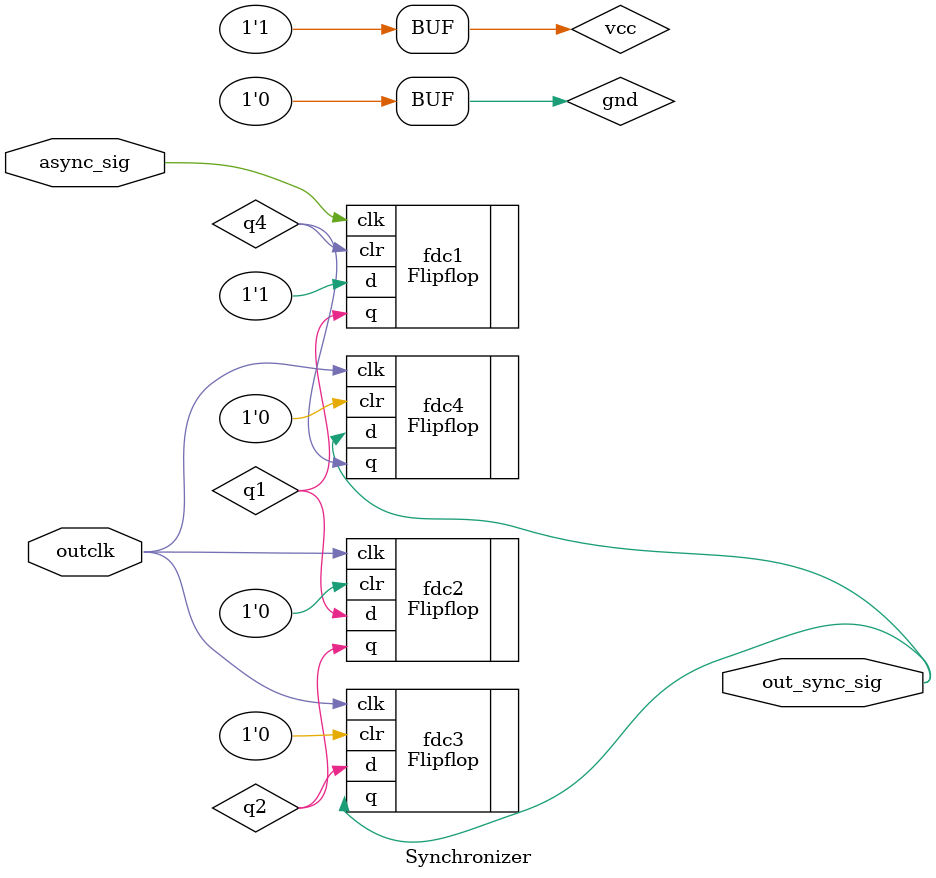
<source format=sv>
module Synchronizer (//input
							async_sig, outclk, 
							//output
							out_sync_sig);
	input async_sig;
	input outclk;
	output out_sync_sig;
		
	wire vcc = 1;
	wire gnd = 0;
	
	wire q1;
	wire q2;
	wire q4;
	
	Flipflop
	fdc1(
	.clk(async_sig),
	.clr(q4),
	.q(q1),
	.d(vcc)	
	);
	
	Flipflop
	fdc2(
	.clk(outclk),
	.clr(gnd),
	.q(q2),
	.d(q1)
	);
	
	Flipflop
	fdc3(
	.clk(outclk),
	.clr(gnd),
	.q(out_sync_sig),
	.d(q2)	
	);
	
	Flipflop
	fdc4(
	.clk(outclk),
	.clr(gnd),
	.q(q4),
	.d(out_sync_sig)
	);
	
endmodule	
</source>
